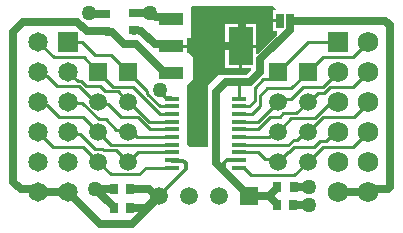
<source format=gtl>
G04*
G04 #@! TF.GenerationSoftware,Altium Limited,Altium Designer,23.3.1 (30)*
G04*
G04 Layer_Physical_Order=1*
G04 Layer_Color=255*
%FSLAX44Y44*%
%MOMM*%
G71*
G04*
G04 #@! TF.SameCoordinates,7D95EF5C-A674-4E58-8619-D26F187C42BB*
G04*
G04*
G04 #@! TF.FilePolarity,Positive*
G04*
G01*
G75*
%ADD14C,0.6350*%
%ADD15C,0.2540*%
%ADD17R,0.9500X0.7500*%
%ADD18R,2.1500X1.0000*%
%ADD19R,2.1500X3.2500*%
%ADD20R,0.6350X1.2700*%
%ADD21R,0.7500X0.9500*%
G04:AMPARAMS|DCode=22|XSize=0.4mm|YSize=1.2mm|CornerRadius=0.05mm|HoleSize=0mm|Usage=FLASHONLY|Rotation=270.000|XOffset=0mm|YOffset=0mm|HoleType=Round|Shape=RoundedRectangle|*
%AMROUNDEDRECTD22*
21,1,0.4000,1.1000,0,0,270.0*
21,1,0.3000,1.2000,0,0,270.0*
1,1,0.1000,-0.5500,-0.1500*
1,1,0.1000,-0.5500,0.1500*
1,1,0.1000,0.5500,0.1500*
1,1,0.1000,0.5500,-0.1500*
%
%ADD22ROUNDEDRECTD22*%
%ADD37C,0.3048*%
%ADD38R,1.5000X1.5000*%
%ADD39C,1.5000*%
%ADD40R,1.6510X1.6510*%
%ADD41C,1.6510*%
%ADD42R,1.5000X1.5000*%
%ADD43C,1.7272*%
%ADD44R,1.6764X1.6764*%
%ADD45C,1.2700*%
G36*
X480665Y459643D02*
X480179Y458470D01*
X478807D01*
Y450850D01*
X484522D01*
Y448310D01*
X478807D01*
Y440690D01*
X481838D01*
Y437501D01*
X465450Y421113D01*
X464180Y421639D01*
Y426720D01*
X452160D01*
Y409200D01*
X459357D01*
X459843Y408027D01*
X455676Y403860D01*
X431800D01*
X423164Y395224D01*
Y342900D01*
X407416D01*
X405638Y344678D01*
Y394970D01*
X410972Y400304D01*
Y419100D01*
X407670Y422402D01*
X405680D01*
Y426720D01*
X392390D01*
Y429260D01*
X405680D01*
Y435102D01*
X408940D01*
Y460756D01*
X410365Y462181D01*
X478127D01*
X480665Y459643D01*
D02*
G37*
%LPC*%
G36*
X464180Y446780D02*
X452160D01*
Y429260D01*
X464180D01*
Y446780D01*
D02*
G37*
G36*
X449620D02*
X437600D01*
Y429260D01*
X449620D01*
Y446780D01*
D02*
G37*
G36*
Y426720D02*
X437600D01*
Y409200D01*
X449620D01*
Y426720D01*
D02*
G37*
%LPD*%
D14*
X448945Y397510D02*
X458978D01*
X438912D02*
X448945D01*
X360662Y455818D02*
X374506D01*
X374510Y455815D01*
X360659Y455821D02*
X360662Y455818D01*
X328010Y307340D02*
X343520D01*
X327660D02*
X328010D01*
X343520Y290830D02*
Y291830D01*
X328010Y307340D02*
X343520Y291830D01*
X337725Y440273D02*
X341793D01*
X352552Y429514D01*
Y429514D02*
X362116D01*
X337150Y440848D02*
X337725Y440273D01*
X366961Y441019D02*
X378165Y429815D01*
X362234Y441246D02*
X366961Y441019D01*
X361038Y440983D02*
X362234Y441246D01*
X378165Y429815D02*
X390565D01*
X266979Y448553D02*
X312818D01*
X322503Y455930D02*
X323044Y455389D01*
X320522Y440848D02*
X337150D01*
X312818Y448553D02*
X320522Y440848D01*
X323044Y455389D02*
X335609D01*
X258572Y440145D02*
X266979Y448553D01*
X335609Y455389D02*
X336150Y454848D01*
X258572Y312928D02*
Y440145D01*
X371452Y290173D02*
X382270Y300990D01*
X258572Y312928D02*
X264756Y306744D01*
X277456D02*
X279400Y304800D01*
X264756Y306744D02*
X277456D01*
X577342Y308520D02*
Y445860D01*
X558800Y304800D02*
X560890Y306890D01*
X575712D01*
X577342Y308520D01*
X492760Y449580D02*
X573622D01*
X577342Y445860D01*
X425704Y428244D02*
X425958Y427990D01*
X450890D01*
X452120Y429220D02*
Y455422D01*
X450890Y427990D02*
X452120Y429220D01*
X390565Y429815D02*
X392390Y427990D01*
X374510Y455815D02*
X376228D01*
X379228Y452815D02*
X384815D01*
X386640Y450990D01*
X376228Y455815D02*
X379228Y452815D01*
X386640Y450990D02*
X392390D01*
X495696Y293116D02*
X508762D01*
X495838Y308864D02*
X509016D01*
X386640Y404990D02*
X392390D01*
X362116Y429514D02*
X386640Y404990D01*
X437134Y322326D02*
X458470Y300990D01*
X430276Y329184D02*
X437134Y322326D01*
X430276Y329184D02*
Y388874D01*
X438912Y397510D01*
X458978D02*
X467770Y406302D01*
Y416658D01*
X492760Y441648D01*
Y449580D01*
X533400Y304800D02*
X558800D01*
X532765Y304165D02*
X533400Y304800D01*
X474964Y300990D02*
X481838Y307864D01*
X474822Y300990D02*
X474964D01*
X481838Y307864D02*
Y308864D01*
X474822Y300990D02*
X481696Y294116D01*
Y293116D02*
Y294116D01*
X458470Y300990D02*
X474822D01*
X379929D02*
X380955D01*
X357520Y290830D02*
X370795D01*
X380955Y300990D01*
X382270D01*
X357520Y307340D02*
X373579D01*
X379929Y300990D01*
X331978Y277622D02*
X358902D01*
X371452Y290173D01*
X304800Y304800D02*
X331978Y277622D01*
X279400Y304800D02*
X304800D01*
D15*
X448945Y397510D02*
X449580Y396875D01*
Y383470D02*
Y396875D01*
X372098Y387238D02*
X382366Y376970D01*
X341376Y420624D02*
X372098Y389902D01*
Y387238D02*
Y389902D01*
X342900Y393700D02*
X359888D01*
X383118Y370470D01*
X382366Y376970D02*
X392580D01*
X383118Y370470D02*
X392580D01*
X476370Y400170D02*
X508000Y431800D01*
X470079Y400170D02*
X476370D01*
X462805Y381525D02*
Y392896D01*
X470079Y400170D01*
X338507Y378616D02*
X349585Y367538D01*
X363982D01*
X332584Y378616D02*
X338507D01*
X330200Y381000D02*
X332584Y378616D01*
X327425Y381000D02*
X330200D01*
X330748Y365894D02*
X336791D01*
X345885Y356800D02*
X354400D01*
X355600Y355600D01*
X336791Y365894D02*
X345885Y356800D01*
X317879Y342521D02*
X330200Y330200D01*
X292479Y342521D02*
X317879D01*
X280670Y354330D02*
X292479Y342521D01*
X314594Y353412D02*
X327503Y340503D01*
X304800Y355600D02*
X306988Y353412D01*
X327503Y340503D02*
X334455D01*
X306988Y353412D02*
X314594D01*
X282073Y378327D02*
X287166D01*
X279400Y381000D02*
X282073Y378327D01*
X297338Y368156D02*
X317645D01*
X287166Y378327D02*
X297338Y368156D01*
X313060Y398140D02*
X316032D01*
X304800Y406400D02*
X313060Y398140D01*
X304800Y406400D02*
X304800D01*
X316032Y398140D02*
X319964Y394208D01*
X314348Y394076D02*
X327425Y381000D01*
X295788Y394076D02*
X314348D01*
X319964Y394208D02*
X331550D01*
X304800Y381000D02*
X306023Y379777D01*
X316865D02*
X330748Y365894D01*
X306023Y379777D02*
X316865D01*
X287423Y402441D02*
X295788Y394076D01*
X283180Y406400D02*
X287139Y402441D01*
X287423D01*
X279400Y406400D02*
X283180D01*
X279654Y431546D02*
Y431800D01*
X318008Y418592D02*
X330200Y406400D01*
X292608Y418592D02*
X318008D01*
X279654Y431546D02*
X292608Y418592D01*
X279400Y431800D02*
X279654D01*
X327914Y420624D02*
X341376D01*
X316738Y431800D02*
X327914Y420624D01*
X304800Y431800D02*
X316738D01*
X331550Y394208D02*
X336122Y389636D01*
X346964D02*
X355600Y381000D01*
X336122Y389636D02*
X346964D01*
X317645Y368156D02*
X330200Y355600D01*
X334552Y340406D02*
X345394D01*
X355600Y330200D01*
X334455Y340503D02*
X334552Y340406D01*
X279400Y354330D02*
X280670D01*
X279400D02*
Y355600D01*
X330200Y330200D02*
X340868Y319532D01*
X365252D01*
X370690Y324970D01*
X392580D01*
X355600Y330200D02*
X356055D01*
X363825Y337970D02*
X392580D01*
X356055Y330200D02*
X363825Y337970D01*
X330200Y355600D02*
X341330Y344470D01*
X392580D01*
X355600Y355600D02*
X358972D01*
X363602Y350970D02*
X392580D01*
X358972Y355600D02*
X363602Y350970D01*
X363982Y367538D02*
X374050Y357470D01*
X355600Y381000D02*
X356267D01*
X373297Y363970D02*
X392580D01*
X356267Y381000D02*
X373297Y363970D01*
X374050Y357470D02*
X392580D01*
X330200Y406400D02*
X342900Y393700D01*
X527050D02*
X546100D01*
X558800Y406400D01*
X521892Y388542D02*
X527050Y393700D01*
X508000Y381000D02*
X508911D01*
X516453Y388542D01*
X521892D01*
X520700Y393700D02*
X533400Y406400D01*
X504190Y393700D02*
X520700D01*
X508000Y431800D02*
X533400D01*
X520700Y419100D02*
X546100D01*
X558800Y431800D01*
X508000Y406400D02*
X520700Y419100D01*
X458250Y376970D02*
X462805Y381525D01*
X460640Y370470D02*
X467175Y377005D01*
Y385895D01*
X473710Y392430D01*
X449580Y376970D02*
X458250D01*
X494030Y392430D02*
X508000Y406400D01*
X473710Y392430D02*
X494030D01*
X449580Y370470D02*
X460640D01*
X493874Y383384D02*
X504190Y393700D01*
X484984Y383384D02*
X493874D01*
X482600Y381000D02*
X484984Y383384D01*
X449580Y363970D02*
X465570D01*
X482600Y381000D01*
X498094Y371094D02*
X508000Y381000D01*
X487252Y371094D02*
X498094D01*
X484458Y368300D02*
X487252Y371094D01*
X476250Y368300D02*
X484458D01*
X482600Y355600D02*
X494030Y367030D01*
X513683D01*
X465420Y357470D02*
X476250Y368300D01*
X449580Y357470D02*
X465420D01*
X524834Y378181D02*
X530581D01*
X513683Y367030D02*
X524834Y378181D01*
X530581D02*
X533400Y381000D01*
X508000Y355600D02*
X520700Y368300D01*
X505819Y355600D02*
X508000D01*
X520700Y368300D02*
X547370D01*
X474598Y350970D02*
X479228Y355600D01*
X482600D01*
X449580Y350970D02*
X474598D01*
X547370Y368300D02*
X558800Y379730D01*
Y381000D01*
X498912Y348693D02*
X505819Y355600D01*
X496013Y348693D02*
X498912D01*
X491490Y344170D02*
X496013Y348693D01*
X482600Y330200D02*
X490985Y338585D01*
X491652D01*
X495967Y342900D02*
X513080D01*
X491652Y338585D02*
X495967Y342900D01*
X472440Y344170D02*
X491490D01*
X472140Y344470D02*
X472440Y344170D01*
X449580Y344470D02*
X472140D01*
X523558Y347841D02*
X531318Y355600D01*
X533400D01*
X518021Y347841D02*
X523558D01*
X513080Y342900D02*
X518021Y347841D01*
X508000Y330200D02*
X520700Y342900D01*
X546100D01*
X471326Y332584D02*
X480216D01*
X465940Y337970D02*
X471326Y332584D01*
X480216D02*
X482600Y330200D01*
X449580Y337970D02*
X465940D01*
X546100Y342900D02*
X558800Y355600D01*
X496570Y318770D02*
X508000Y330200D01*
X459780Y318770D02*
X496570D01*
X449580Y324970D02*
X453580D01*
X459780Y318770D01*
D17*
X360659Y441822D02*
D03*
Y455821D02*
D03*
X336150Y454848D02*
D03*
Y440848D02*
D03*
D18*
X392390Y450990D02*
D03*
Y427990D02*
D03*
Y404990D02*
D03*
D19*
X450890Y427990D02*
D03*
D20*
X484522Y449580D02*
D03*
X492760D02*
D03*
D21*
X343520Y307340D02*
D03*
X357520D02*
D03*
X495838Y308864D02*
D03*
X481838D02*
D03*
X343520Y290830D02*
D03*
X357520D02*
D03*
X495696Y293116D02*
D03*
X481696D02*
D03*
D22*
X392580Y383470D02*
D03*
Y376970D02*
D03*
Y370470D02*
D03*
Y363970D02*
D03*
Y357470D02*
D03*
Y350970D02*
D03*
Y344470D02*
D03*
Y337970D02*
D03*
Y331470D02*
D03*
Y324970D02*
D03*
X449580Y383470D02*
D03*
Y376970D02*
D03*
Y370470D02*
D03*
Y363970D02*
D03*
Y357470D02*
D03*
Y350970D02*
D03*
Y344470D02*
D03*
Y337970D02*
D03*
Y331470D02*
D03*
Y324970D02*
D03*
D37*
X380746Y392958D02*
X382604Y391100D01*
Y389446D02*
Y391100D01*
Y389446D02*
X388176Y383874D01*
X392176D01*
X392580Y383470D01*
X437134Y322326D02*
Y329184D01*
X439420Y331470D01*
X449580D01*
X404876Y323596D02*
Y328676D01*
X382270Y300990D02*
X404876Y323596D01*
X402558Y330994D02*
X404876Y328676D01*
X393056Y330994D02*
X402558D01*
X392580Y331470D02*
X393056Y330994D01*
D38*
X355600Y406400D02*
D03*
X330200D02*
D03*
X508000D02*
D03*
X482600D02*
D03*
D39*
X355600Y381000D02*
D03*
Y355600D02*
D03*
Y330200D02*
D03*
X330200Y381000D02*
D03*
Y355600D02*
D03*
Y330200D02*
D03*
X382270Y300990D02*
D03*
X407670D02*
D03*
X433070D02*
D03*
X508000Y330200D02*
D03*
Y355600D02*
D03*
Y381000D02*
D03*
X482600Y330200D02*
D03*
Y355600D02*
D03*
Y381000D02*
D03*
D40*
X304800Y431800D02*
D03*
D41*
Y406400D02*
D03*
Y381000D02*
D03*
Y355600D02*
D03*
Y330200D02*
D03*
Y304800D02*
D03*
X279400Y431800D02*
D03*
Y406400D02*
D03*
Y381000D02*
D03*
Y355600D02*
D03*
Y330200D02*
D03*
Y304800D02*
D03*
D42*
X458470Y300990D02*
D03*
D43*
X558800Y304800D02*
D03*
Y330200D02*
D03*
Y355600D02*
D03*
Y381000D02*
D03*
Y406400D02*
D03*
Y431800D02*
D03*
X533400Y304800D02*
D03*
Y330200D02*
D03*
Y355600D02*
D03*
Y381000D02*
D03*
Y406400D02*
D03*
D44*
Y431800D02*
D03*
D45*
X382604Y391100D02*
D03*
X322503Y455930D02*
D03*
X425704Y428244D02*
D03*
X452120Y455422D02*
D03*
X374510Y455815D02*
D03*
X327660Y307340D02*
D03*
X508762Y293116D02*
D03*
X509016Y308864D02*
D03*
M02*

</source>
